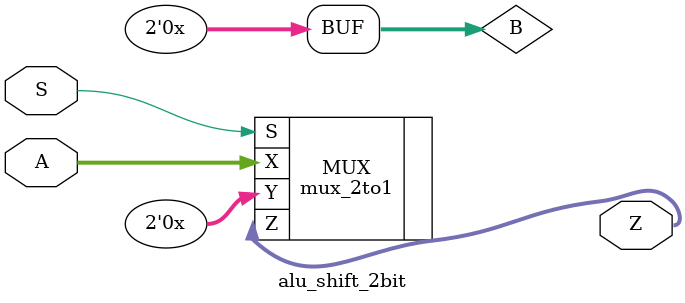
<source format=v>
`timescale 1ns / 1ps
`default_nettype none
module alu_shift_2bit(A, S, Z);

    parameter N = 2;

	//port definitions

	input wire [(N-1):0] A;
	input wire S;
    output wire [(N-1):0] Z;
    wire [(N-1):0] B;

    assign B[N-3:0] = A[N-1:2];
    assign B[N-1:N-2] = 2'b0;
    
	mux_2to1 #(.N(N)) MUX (.X(A), .Y(B), .S(S), .Z(Z));
endmodule
`default_nettype wire

</source>
